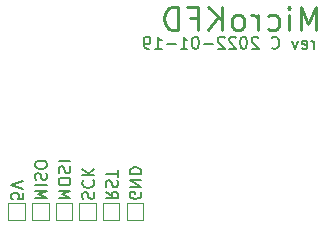
<source format=gbr>
%TF.GenerationSoftware,KiCad,Pcbnew,(6.0.1)*%
%TF.CreationDate,2022-04-09T19:32:08-04:00*%
%TF.ProjectId,microkfd,6d696372-6f6b-4666-942e-6b696361645f,D*%
%TF.SameCoordinates,Original*%
%TF.FileFunction,Legend,Bot*%
%TF.FilePolarity,Positive*%
%FSLAX46Y46*%
G04 Gerber Fmt 4.6, Leading zero omitted, Abs format (unit mm)*
G04 Created by KiCad (PCBNEW (6.0.1)) date 2022-04-09 19:32:08*
%MOMM*%
%LPD*%
G01*
G04 APERTURE LIST*
%ADD10C,0.200000*%
%ADD11C,0.250000*%
%ADD12C,0.150000*%
%ADD13C,0.120000*%
G04 APERTURE END LIST*
D10*
X112797619Y-108881904D02*
X113797619Y-108881904D01*
X113083333Y-108548571D01*
X113797619Y-108215238D01*
X112797619Y-108215238D01*
X113797619Y-107548571D02*
X113797619Y-107358095D01*
X113750000Y-107262857D01*
X113654761Y-107167619D01*
X113464285Y-107120000D01*
X113130952Y-107120000D01*
X112940476Y-107167619D01*
X112845238Y-107262857D01*
X112797619Y-107358095D01*
X112797619Y-107548571D01*
X112845238Y-107643809D01*
X112940476Y-107739047D01*
X113130952Y-107786666D01*
X113464285Y-107786666D01*
X113654761Y-107739047D01*
X113750000Y-107643809D01*
X113797619Y-107548571D01*
X112845238Y-106739047D02*
X112797619Y-106596190D01*
X112797619Y-106358095D01*
X112845238Y-106262857D01*
X112892857Y-106215238D01*
X112988095Y-106167619D01*
X113083333Y-106167619D01*
X113178571Y-106215238D01*
X113226190Y-106262857D01*
X113273809Y-106358095D01*
X113321428Y-106548571D01*
X113369047Y-106643809D01*
X113416666Y-106691428D01*
X113511904Y-106739047D01*
X113607142Y-106739047D01*
X113702380Y-106691428D01*
X113750000Y-106643809D01*
X113797619Y-106548571D01*
X113797619Y-106310476D01*
X113750000Y-106167619D01*
X112797619Y-105739047D02*
X113797619Y-105739047D01*
X110797619Y-108881904D02*
X111797619Y-108881904D01*
X111083333Y-108548571D01*
X111797619Y-108215238D01*
X110797619Y-108215238D01*
X110797619Y-107739047D02*
X111797619Y-107739047D01*
X110845238Y-107310476D02*
X110797619Y-107167619D01*
X110797619Y-106929523D01*
X110845238Y-106834285D01*
X110892857Y-106786666D01*
X110988095Y-106739047D01*
X111083333Y-106739047D01*
X111178571Y-106786666D01*
X111226190Y-106834285D01*
X111273809Y-106929523D01*
X111321428Y-107120000D01*
X111369047Y-107215238D01*
X111416666Y-107262857D01*
X111511904Y-107310476D01*
X111607142Y-107310476D01*
X111702380Y-107262857D01*
X111750000Y-107215238D01*
X111797619Y-107120000D01*
X111797619Y-106881904D01*
X111750000Y-106739047D01*
X111797619Y-106120000D02*
X111797619Y-105929523D01*
X111750000Y-105834285D01*
X111654761Y-105739047D01*
X111464285Y-105691428D01*
X111130952Y-105691428D01*
X110940476Y-105739047D01*
X110845238Y-105834285D01*
X110797619Y-105929523D01*
X110797619Y-106120000D01*
X110845238Y-106215238D01*
X110940476Y-106310476D01*
X111130952Y-106358095D01*
X111464285Y-106358095D01*
X111654761Y-106310476D01*
X111750000Y-106215238D01*
X111797619Y-106120000D01*
X109797619Y-108440476D02*
X109797619Y-108916666D01*
X109321428Y-108964285D01*
X109369047Y-108916666D01*
X109416666Y-108821428D01*
X109416666Y-108583333D01*
X109369047Y-108488095D01*
X109321428Y-108440476D01*
X109226190Y-108392857D01*
X108988095Y-108392857D01*
X108892857Y-108440476D01*
X108845238Y-108488095D01*
X108797619Y-108583333D01*
X108797619Y-108821428D01*
X108845238Y-108916666D01*
X108892857Y-108964285D01*
X109797619Y-108107142D02*
X108797619Y-107773809D01*
X109797619Y-107440476D01*
X116797619Y-108310476D02*
X117273809Y-108643809D01*
X116797619Y-108881904D02*
X117797619Y-108881904D01*
X117797619Y-108500952D01*
X117750000Y-108405714D01*
X117702380Y-108358095D01*
X117607142Y-108310476D01*
X117464285Y-108310476D01*
X117369047Y-108358095D01*
X117321428Y-108405714D01*
X117273809Y-108500952D01*
X117273809Y-108881904D01*
X116845238Y-107929523D02*
X116797619Y-107786666D01*
X116797619Y-107548571D01*
X116845238Y-107453333D01*
X116892857Y-107405714D01*
X116988095Y-107358095D01*
X117083333Y-107358095D01*
X117178571Y-107405714D01*
X117226190Y-107453333D01*
X117273809Y-107548571D01*
X117321428Y-107739047D01*
X117369047Y-107834285D01*
X117416666Y-107881904D01*
X117511904Y-107929523D01*
X117607142Y-107929523D01*
X117702380Y-107881904D01*
X117750000Y-107834285D01*
X117797619Y-107739047D01*
X117797619Y-107500952D01*
X117750000Y-107358095D01*
X117797619Y-107072380D02*
X117797619Y-106500952D01*
X116797619Y-106786666D02*
X117797619Y-106786666D01*
X119750000Y-108358095D02*
X119797619Y-108453333D01*
X119797619Y-108596190D01*
X119750000Y-108739047D01*
X119654761Y-108834285D01*
X119559523Y-108881904D01*
X119369047Y-108929523D01*
X119226190Y-108929523D01*
X119035714Y-108881904D01*
X118940476Y-108834285D01*
X118845238Y-108739047D01*
X118797619Y-108596190D01*
X118797619Y-108500952D01*
X118845238Y-108358095D01*
X118892857Y-108310476D01*
X119226190Y-108310476D01*
X119226190Y-108500952D01*
X118797619Y-107881904D02*
X119797619Y-107881904D01*
X118797619Y-107310476D01*
X119797619Y-107310476D01*
X118797619Y-106834285D02*
X119797619Y-106834285D01*
X119797619Y-106596190D01*
X119750000Y-106453333D01*
X119654761Y-106358095D01*
X119559523Y-106310476D01*
X119369047Y-106262857D01*
X119226190Y-106262857D01*
X119035714Y-106310476D01*
X118940476Y-106358095D01*
X118845238Y-106453333D01*
X118797619Y-106596190D01*
X118797619Y-106834285D01*
X114845238Y-108929523D02*
X114797619Y-108786666D01*
X114797619Y-108548571D01*
X114845238Y-108453333D01*
X114892857Y-108405714D01*
X114988095Y-108358095D01*
X115083333Y-108358095D01*
X115178571Y-108405714D01*
X115226190Y-108453333D01*
X115273809Y-108548571D01*
X115321428Y-108739047D01*
X115369047Y-108834285D01*
X115416666Y-108881904D01*
X115511904Y-108929523D01*
X115607142Y-108929523D01*
X115702380Y-108881904D01*
X115750000Y-108834285D01*
X115797619Y-108739047D01*
X115797619Y-108500952D01*
X115750000Y-108358095D01*
X114892857Y-107358095D02*
X114845238Y-107405714D01*
X114797619Y-107548571D01*
X114797619Y-107643809D01*
X114845238Y-107786666D01*
X114940476Y-107881904D01*
X115035714Y-107929523D01*
X115226190Y-107977142D01*
X115369047Y-107977142D01*
X115559523Y-107929523D01*
X115654761Y-107881904D01*
X115750000Y-107786666D01*
X115797619Y-107643809D01*
X115797619Y-107548571D01*
X115750000Y-107405714D01*
X115702380Y-107358095D01*
X114797619Y-106929523D02*
X115797619Y-106929523D01*
X114797619Y-106358095D02*
X115369047Y-106786666D01*
X115797619Y-106358095D02*
X115226190Y-106929523D01*
D11*
X134611309Y-94654761D02*
X134611309Y-92654761D01*
X133944642Y-94083333D01*
X133277976Y-92654761D01*
X133277976Y-94654761D01*
X132325595Y-94654761D02*
X132325595Y-93321428D01*
X132325595Y-92654761D02*
X132420833Y-92750000D01*
X132325595Y-92845238D01*
X132230357Y-92750000D01*
X132325595Y-92654761D01*
X132325595Y-92845238D01*
X130516071Y-94559523D02*
X130706547Y-94654761D01*
X131087500Y-94654761D01*
X131277976Y-94559523D01*
X131373214Y-94464285D01*
X131468452Y-94273809D01*
X131468452Y-93702380D01*
X131373214Y-93511904D01*
X131277976Y-93416666D01*
X131087500Y-93321428D01*
X130706547Y-93321428D01*
X130516071Y-93416666D01*
X129658928Y-94654761D02*
X129658928Y-93321428D01*
X129658928Y-93702380D02*
X129563690Y-93511904D01*
X129468452Y-93416666D01*
X129277976Y-93321428D01*
X129087500Y-93321428D01*
X128135119Y-94654761D02*
X128325595Y-94559523D01*
X128420833Y-94464285D01*
X128516071Y-94273809D01*
X128516071Y-93702380D01*
X128420833Y-93511904D01*
X128325595Y-93416666D01*
X128135119Y-93321428D01*
X127849404Y-93321428D01*
X127658928Y-93416666D01*
X127563690Y-93511904D01*
X127468452Y-93702380D01*
X127468452Y-94273809D01*
X127563690Y-94464285D01*
X127658928Y-94559523D01*
X127849404Y-94654761D01*
X128135119Y-94654761D01*
X126611309Y-94654761D02*
X126611309Y-92654761D01*
X125468452Y-94654761D02*
X126325595Y-93511904D01*
X125468452Y-92654761D02*
X126611309Y-93797619D01*
X123944642Y-93607142D02*
X124611309Y-93607142D01*
X124611309Y-94654761D02*
X124611309Y-92654761D01*
X123658928Y-92654761D01*
X122897023Y-94654761D02*
X122897023Y-92654761D01*
X122420833Y-92654761D01*
X122135119Y-92750000D01*
X121944642Y-92940476D01*
X121849404Y-93130952D01*
X121754166Y-93511904D01*
X121754166Y-93797619D01*
X121849404Y-94178571D01*
X121944642Y-94369047D01*
X122135119Y-94559523D01*
X122420833Y-94654761D01*
X122897023Y-94654761D01*
D12*
X134414404Y-96202380D02*
X134414404Y-95535714D01*
X134414404Y-95726190D02*
X134366785Y-95630952D01*
X134319166Y-95583333D01*
X134223928Y-95535714D01*
X134128690Y-95535714D01*
X133414404Y-96154761D02*
X133509642Y-96202380D01*
X133700119Y-96202380D01*
X133795357Y-96154761D01*
X133842976Y-96059523D01*
X133842976Y-95678571D01*
X133795357Y-95583333D01*
X133700119Y-95535714D01*
X133509642Y-95535714D01*
X133414404Y-95583333D01*
X133366785Y-95678571D01*
X133366785Y-95773809D01*
X133842976Y-95869047D01*
X133033452Y-95535714D02*
X132795357Y-96202380D01*
X132557261Y-95535714D01*
X130842976Y-96107142D02*
X130890595Y-96154761D01*
X131033452Y-96202380D01*
X131128690Y-96202380D01*
X131271547Y-96154761D01*
X131366785Y-96059523D01*
X131414404Y-95964285D01*
X131462023Y-95773809D01*
X131462023Y-95630952D01*
X131414404Y-95440476D01*
X131366785Y-95345238D01*
X131271547Y-95250000D01*
X131128690Y-95202380D01*
X131033452Y-95202380D01*
X130890595Y-95250000D01*
X130842976Y-95297619D01*
X129700119Y-95297619D02*
X129652500Y-95250000D01*
X129557261Y-95202380D01*
X129319166Y-95202380D01*
X129223928Y-95250000D01*
X129176309Y-95297619D01*
X129128690Y-95392857D01*
X129128690Y-95488095D01*
X129176309Y-95630952D01*
X129747738Y-96202380D01*
X129128690Y-96202380D01*
X128509642Y-95202380D02*
X128414404Y-95202380D01*
X128319166Y-95250000D01*
X128271547Y-95297619D01*
X128223928Y-95392857D01*
X128176309Y-95583333D01*
X128176309Y-95821428D01*
X128223928Y-96011904D01*
X128271547Y-96107142D01*
X128319166Y-96154761D01*
X128414404Y-96202380D01*
X128509642Y-96202380D01*
X128604880Y-96154761D01*
X128652500Y-96107142D01*
X128700119Y-96011904D01*
X128747738Y-95821428D01*
X128747738Y-95583333D01*
X128700119Y-95392857D01*
X128652500Y-95297619D01*
X128604880Y-95250000D01*
X128509642Y-95202380D01*
X127795357Y-95297619D02*
X127747738Y-95250000D01*
X127652500Y-95202380D01*
X127414404Y-95202380D01*
X127319166Y-95250000D01*
X127271547Y-95297619D01*
X127223928Y-95392857D01*
X127223928Y-95488095D01*
X127271547Y-95630952D01*
X127842976Y-96202380D01*
X127223928Y-96202380D01*
X126842976Y-95297619D02*
X126795357Y-95250000D01*
X126700119Y-95202380D01*
X126462023Y-95202380D01*
X126366785Y-95250000D01*
X126319166Y-95297619D01*
X126271547Y-95392857D01*
X126271547Y-95488095D01*
X126319166Y-95630952D01*
X126890595Y-96202380D01*
X126271547Y-96202380D01*
X125842976Y-95821428D02*
X125081071Y-95821428D01*
X124414404Y-95202380D02*
X124319166Y-95202380D01*
X124223928Y-95250000D01*
X124176309Y-95297619D01*
X124128690Y-95392857D01*
X124081071Y-95583333D01*
X124081071Y-95821428D01*
X124128690Y-96011904D01*
X124176309Y-96107142D01*
X124223928Y-96154761D01*
X124319166Y-96202380D01*
X124414404Y-96202380D01*
X124509642Y-96154761D01*
X124557261Y-96107142D01*
X124604880Y-96011904D01*
X124652500Y-95821428D01*
X124652500Y-95583333D01*
X124604880Y-95392857D01*
X124557261Y-95297619D01*
X124509642Y-95250000D01*
X124414404Y-95202380D01*
X123128690Y-96202380D02*
X123700119Y-96202380D01*
X123414404Y-96202380D02*
X123414404Y-95202380D01*
X123509642Y-95345238D01*
X123604880Y-95440476D01*
X123700119Y-95488095D01*
X122700119Y-95821428D02*
X121938214Y-95821428D01*
X120938214Y-96202380D02*
X121509642Y-96202380D01*
X121223928Y-96202380D02*
X121223928Y-95202380D01*
X121319166Y-95345238D01*
X121414404Y-95440476D01*
X121509642Y-95488095D01*
X120462023Y-96202380D02*
X120271547Y-96202380D01*
X120176309Y-96154761D01*
X120128690Y-96107142D01*
X120033452Y-95964285D01*
X119985833Y-95773809D01*
X119985833Y-95392857D01*
X120033452Y-95297619D01*
X120081071Y-95250000D01*
X120176309Y-95202380D01*
X120366785Y-95202380D01*
X120462023Y-95250000D01*
X120509642Y-95297619D01*
X120557261Y-95392857D01*
X120557261Y-95630952D01*
X120509642Y-95726190D01*
X120462023Y-95773809D01*
X120366785Y-95821428D01*
X120176309Y-95821428D01*
X120081071Y-95773809D01*
X120033452Y-95726190D01*
X119985833Y-95630952D01*
D13*
%TO.C,TP1*%
X113950000Y-110700000D02*
X113950000Y-109300000D01*
X112550000Y-110700000D02*
X113950000Y-110700000D01*
X112550000Y-109300000D02*
X112550000Y-110700000D01*
X113950000Y-109300000D02*
X112550000Y-109300000D01*
%TO.C,TP2*%
X114550000Y-110700000D02*
X115950000Y-110700000D01*
X115950000Y-110700000D02*
X115950000Y-109300000D01*
X115950000Y-109300000D02*
X114550000Y-109300000D01*
X114550000Y-109300000D02*
X114550000Y-110700000D01*
%TO.C,TP3*%
X110550000Y-110700000D02*
X111950000Y-110700000D01*
X111950000Y-109300000D02*
X110550000Y-109300000D01*
X111950000Y-110700000D02*
X111950000Y-109300000D01*
X110550000Y-109300000D02*
X110550000Y-110700000D01*
%TO.C,TP4*%
X117950000Y-109300000D02*
X116550000Y-109300000D01*
X116550000Y-109300000D02*
X116550000Y-110700000D01*
X117950000Y-110700000D02*
X117950000Y-109300000D01*
X116550000Y-110700000D02*
X117950000Y-110700000D01*
%TO.C,TP5*%
X109950000Y-109300000D02*
X108550000Y-109300000D01*
X108550000Y-109300000D02*
X108550000Y-110700000D01*
X108550000Y-110700000D02*
X109950000Y-110700000D01*
X109950000Y-110700000D02*
X109950000Y-109300000D01*
%TO.C,TP6*%
X119950000Y-109300000D02*
X118550000Y-109300000D01*
X118550000Y-110700000D02*
X119950000Y-110700000D01*
X118550000Y-109300000D02*
X118550000Y-110700000D01*
X119950000Y-110700000D02*
X119950000Y-109300000D01*
%TD*%
M02*

</source>
